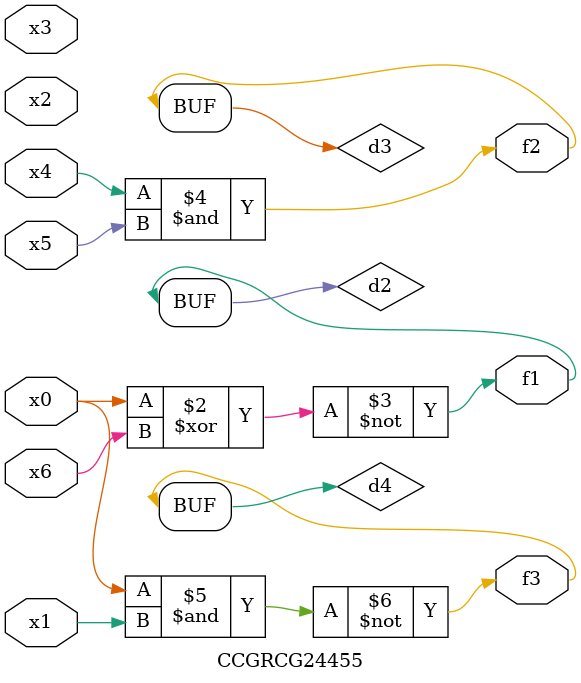
<source format=v>
module CCGRCG24455(
	input x0, x1, x2, x3, x4, x5, x6,
	output f1, f2, f3
);

	wire d1, d2, d3, d4;

	nor (d1, x0);
	xnor (d2, x0, x6);
	and (d3, x4, x5);
	nand (d4, x0, x1);
	assign f1 = d2;
	assign f2 = d3;
	assign f3 = d4;
endmodule

</source>
